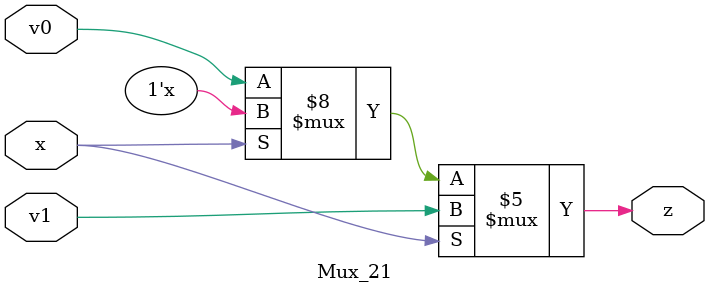
<source format=v>
module Mux_21 (
    input wire v0,
    input wire v1,
    input wire x,
    output reg z
);

    always @ (*)begin
       if (x == 0) begin
           z = v0;
       end
       if (x == 1)begin    //feels redundant
           z = v1;
        end
    end

endmodule
</source>
